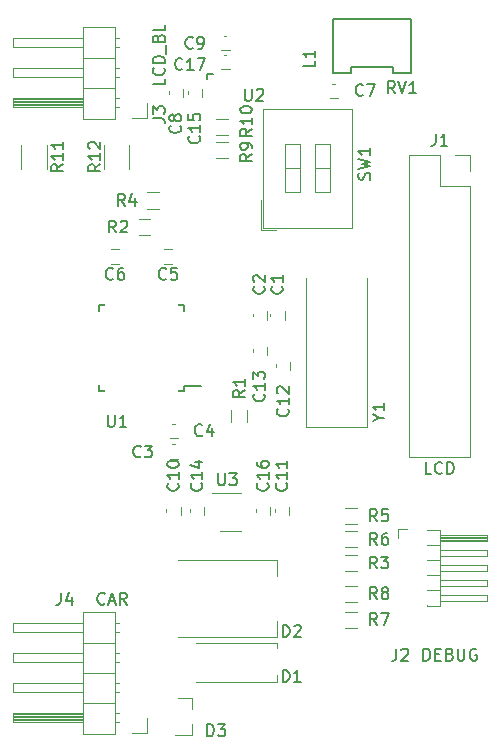
<source format=gto>
G04 #@! TF.FileFunction,Legend,Top*
%FSLAX46Y46*%
G04 Gerber Fmt 4.6, Leading zero omitted, Abs format (unit mm)*
G04 Created by KiCad (PCBNEW 4.0.7) date Saturday, June 23, 2018 'PMt' 03:12:16 PM*
%MOMM*%
%LPD*%
G01*
G04 APERTURE LIST*
%ADD10C,0.100000*%
%ADD11C,0.150000*%
%ADD12C,0.120000*%
%ADD13O,12.400000X7.900000*%
%ADD14R,1.700000X0.650000*%
%ADD15R,0.650000X1.700000*%
%ADD16R,2.100000X2.100000*%
%ADD17O,2.100000X2.100000*%
%ADD18R,1.150000X1.200000*%
%ADD19R,1.200000X1.150000*%
%ADD20R,1.300000X0.900000*%
%ADD21R,0.900000X1.300000*%
%ADD22R,1.460000X1.050000*%
%ADD23R,2.400000X4.900000*%
%ADD24R,2.100000X1.300000*%
%ADD25C,1.400000*%
%ADD26R,1.400000X1.290000*%
%ADD27R,2.400000X0.730000*%
%ADD28R,0.640000X0.390000*%
%ADD29R,0.980000X2.540000*%
%ADD30C,0.480000*%
%ADD31R,1.400000X1.400000*%
%ADD32O,1.400000X1.400000*%
%ADD33R,3.900000X2.200000*%
%ADD34R,2.900000X3.700000*%
%ADD35R,1.300000X1.200000*%
%ADD36R,2.000000X2.000000*%
%ADD37O,2.000000X2.000000*%
G04 APERTURE END LIST*
D10*
D11*
X238125000Y-86625000D02*
X238125000Y-86175000D01*
X230875000Y-86625000D02*
X230875000Y-86100000D01*
X230875000Y-79375000D02*
X230875000Y-79900000D01*
X238125000Y-79375000D02*
X238125000Y-79900000D01*
X238125000Y-86625000D02*
X237600000Y-86625000D01*
X238125000Y-79375000D02*
X237600000Y-79375000D01*
X230875000Y-79375000D02*
X231400000Y-79375000D01*
X230875000Y-86625000D02*
X231400000Y-86625000D01*
X238125000Y-86175000D02*
X239500000Y-86175000D01*
D12*
X262330000Y-69270000D02*
X262330000Y-92190000D01*
X262330000Y-92190000D02*
X257130000Y-92190000D01*
X257130000Y-92190000D02*
X257130000Y-66670000D01*
X257130000Y-66670000D02*
X259730000Y-66670000D01*
X259730000Y-66670000D02*
X259730000Y-69270000D01*
X259730000Y-69270000D02*
X262330000Y-69270000D01*
X262330000Y-68000000D02*
X262330000Y-66670000D01*
X262330000Y-66670000D02*
X261060000Y-66670000D01*
X246600000Y-79900000D02*
X246600000Y-80600000D01*
X245400000Y-80600000D02*
X245400000Y-79900000D01*
X245100000Y-79900000D02*
X245100000Y-80600000D01*
X243900000Y-80600000D02*
X243900000Y-79900000D01*
X237600000Y-92350000D02*
X236900000Y-92350000D01*
X236900000Y-91150000D02*
X237600000Y-91150000D01*
X237600000Y-90600000D02*
X236900000Y-90600000D01*
X236900000Y-89400000D02*
X237600000Y-89400000D01*
X237100000Y-75850000D02*
X236400000Y-75850000D01*
X236400000Y-74650000D02*
X237100000Y-74650000D01*
X231900000Y-74650000D02*
X232600000Y-74650000D01*
X232600000Y-75850000D02*
X231900000Y-75850000D01*
X251150000Y-61800000D02*
X250450000Y-61800000D01*
X250450000Y-60600000D02*
X251150000Y-60600000D01*
X236800000Y-61750000D02*
X236800000Y-61050000D01*
X238000000Y-61050000D02*
X238000000Y-61750000D01*
X241250000Y-56600000D02*
X241950000Y-56600000D01*
X241950000Y-57800000D02*
X241250000Y-57800000D01*
X236600000Y-97150000D02*
X236600000Y-96450000D01*
X237800000Y-96450000D02*
X237800000Y-97150000D01*
X245800000Y-97150000D02*
X245800000Y-96450000D01*
X247000000Y-96450000D02*
X247000000Y-97150000D01*
X247100000Y-84150000D02*
X247100000Y-84850000D01*
X245900000Y-84850000D02*
X245900000Y-84150000D01*
X245100000Y-82900000D02*
X245100000Y-83600000D01*
X243900000Y-83600000D02*
X243900000Y-82900000D01*
X242070000Y-89250000D02*
X242070000Y-88250000D01*
X243430000Y-88250000D02*
X243430000Y-89250000D01*
X234250000Y-72070000D02*
X235250000Y-72070000D01*
X235250000Y-73430000D02*
X234250000Y-73430000D01*
X252700000Y-101880000D02*
X251700000Y-101880000D01*
X251700000Y-100520000D02*
X252700000Y-100520000D01*
X235000000Y-69820000D02*
X236000000Y-69820000D01*
X236000000Y-71180000D02*
X235000000Y-71180000D01*
X251700000Y-96520000D02*
X252700000Y-96520000D01*
X252700000Y-97880000D02*
X251700000Y-97880000D01*
X252700000Y-99880000D02*
X251700000Y-99880000D01*
X251700000Y-98520000D02*
X252700000Y-98520000D01*
X252700000Y-106680000D02*
X251700000Y-106680000D01*
X251700000Y-105320000D02*
X252700000Y-105320000D01*
X252700000Y-104480000D02*
X251700000Y-104480000D01*
X251700000Y-103120000D02*
X252700000Y-103120000D01*
X240800000Y-65570000D02*
X241800000Y-65570000D01*
X241800000Y-66930000D02*
X240800000Y-66930000D01*
X241800000Y-64930000D02*
X240800000Y-64930000D01*
X240800000Y-63570000D02*
X241800000Y-63570000D01*
X241100000Y-98510000D02*
X242900000Y-98510000D01*
X242900000Y-95290000D02*
X240450000Y-95290000D01*
X248450000Y-77100000D02*
X248450000Y-89700000D01*
X248450000Y-89700000D02*
X253550000Y-89700000D01*
X253550000Y-89700000D02*
X253550000Y-77100000D01*
X226470000Y-65800000D02*
X226470000Y-67800000D01*
X224330000Y-67800000D02*
X224330000Y-65800000D01*
X232240000Y-63560000D02*
X232240000Y-55820000D01*
X232240000Y-55820000D02*
X229580000Y-55820000D01*
X229580000Y-55820000D02*
X229580000Y-63560000D01*
X229580000Y-63560000D02*
X232240000Y-63560000D01*
X229580000Y-62610000D02*
X223580000Y-62610000D01*
X223580000Y-62610000D02*
X223580000Y-61850000D01*
X223580000Y-61850000D02*
X229580000Y-61850000D01*
X229580000Y-62550000D02*
X223580000Y-62550000D01*
X229580000Y-62430000D02*
X223580000Y-62430000D01*
X229580000Y-62310000D02*
X223580000Y-62310000D01*
X229580000Y-62190000D02*
X223580000Y-62190000D01*
X229580000Y-62070000D02*
X223580000Y-62070000D01*
X229580000Y-61950000D02*
X223580000Y-61950000D01*
X232570000Y-62610000D02*
X232240000Y-62610000D01*
X232570000Y-61850000D02*
X232240000Y-61850000D01*
X232240000Y-60960000D02*
X229580000Y-60960000D01*
X229580000Y-60070000D02*
X223580000Y-60070000D01*
X223580000Y-60070000D02*
X223580000Y-59310000D01*
X223580000Y-59310000D02*
X229580000Y-59310000D01*
X232637071Y-60070000D02*
X232240000Y-60070000D01*
X232637071Y-59310000D02*
X232240000Y-59310000D01*
X232240000Y-58420000D02*
X229580000Y-58420000D01*
X229580000Y-57530000D02*
X223580000Y-57530000D01*
X223580000Y-57530000D02*
X223580000Y-56770000D01*
X223580000Y-56770000D02*
X229580000Y-56770000D01*
X232637071Y-57530000D02*
X232240000Y-57530000D01*
X232637071Y-56770000D02*
X232240000Y-56770000D01*
X234950000Y-62230000D02*
X234950000Y-63500000D01*
X234950000Y-63500000D02*
X233680000Y-63500000D01*
X233470000Y-65800000D02*
X233470000Y-67800000D01*
X231330000Y-67800000D02*
X231330000Y-65800000D01*
D11*
X250698000Y-55118000D02*
X250698000Y-58420000D01*
X257302000Y-55118000D02*
X250698000Y-55118000D01*
X257302000Y-59690000D02*
X257302000Y-55118000D01*
X255778000Y-59690000D02*
X257302000Y-59690000D01*
X255778000Y-59182000D02*
X255778000Y-59690000D01*
X252222000Y-59182000D02*
X255778000Y-59182000D01*
X252222000Y-59690000D02*
X252222000Y-59182000D01*
X250698000Y-59690000D02*
X252222000Y-59690000D01*
X250698000Y-58420000D02*
X250698000Y-59690000D01*
X240050000Y-59750000D02*
X240550000Y-59750000D01*
X240050000Y-60250000D02*
X240050000Y-59750000D01*
D12*
X258640000Y-98440323D02*
X258640000Y-98365000D01*
X258640000Y-98365000D02*
X259760000Y-98365000D01*
X259760000Y-98365000D02*
X259760000Y-104835000D01*
X259760000Y-104835000D02*
X258640000Y-104835000D01*
X258640000Y-104835000D02*
X258640000Y-104759677D01*
X259760000Y-98800000D02*
X263760000Y-98800000D01*
X263760000Y-98800000D02*
X263760000Y-99320000D01*
X263760000Y-99320000D02*
X259760000Y-99320000D01*
X259760000Y-98860000D02*
X263760000Y-98860000D01*
X259760000Y-98980000D02*
X263760000Y-98980000D01*
X259760000Y-99100000D02*
X263760000Y-99100000D01*
X259760000Y-99220000D02*
X263760000Y-99220000D01*
X258640000Y-99695000D02*
X259760000Y-99695000D01*
X258640000Y-99679677D02*
X258640000Y-99710323D01*
X259760000Y-100070000D02*
X263760000Y-100070000D01*
X263760000Y-100070000D02*
X263760000Y-100590000D01*
X263760000Y-100590000D02*
X259760000Y-100590000D01*
X258640000Y-100965000D02*
X259760000Y-100965000D01*
X258640000Y-100949677D02*
X258640000Y-100980323D01*
X259760000Y-101340000D02*
X263760000Y-101340000D01*
X263760000Y-101340000D02*
X263760000Y-101860000D01*
X263760000Y-101860000D02*
X259760000Y-101860000D01*
X258640000Y-102235000D02*
X259760000Y-102235000D01*
X258640000Y-102219677D02*
X258640000Y-102250323D01*
X259760000Y-102610000D02*
X263760000Y-102610000D01*
X263760000Y-102610000D02*
X263760000Y-103130000D01*
X263760000Y-103130000D02*
X259760000Y-103130000D01*
X258640000Y-103505000D02*
X259760000Y-103505000D01*
X258640000Y-103489677D02*
X258640000Y-103520323D01*
X259760000Y-103880000D02*
X263760000Y-103880000D01*
X263760000Y-103880000D02*
X263760000Y-104400000D01*
X263760000Y-104400000D02*
X259760000Y-104400000D01*
X256170000Y-99060000D02*
X256170000Y-98300000D01*
X256170000Y-98300000D02*
X256930000Y-98300000D01*
X232240000Y-115630000D02*
X232240000Y-105350000D01*
X232240000Y-105350000D02*
X229580000Y-105350000D01*
X229580000Y-105350000D02*
X229580000Y-115630000D01*
X229580000Y-115630000D02*
X232240000Y-115630000D01*
X229580000Y-114680000D02*
X223580000Y-114680000D01*
X223580000Y-114680000D02*
X223580000Y-113920000D01*
X223580000Y-113920000D02*
X229580000Y-113920000D01*
X229580000Y-114620000D02*
X223580000Y-114620000D01*
X229580000Y-114500000D02*
X223580000Y-114500000D01*
X229580000Y-114380000D02*
X223580000Y-114380000D01*
X229580000Y-114260000D02*
X223580000Y-114260000D01*
X229580000Y-114140000D02*
X223580000Y-114140000D01*
X229580000Y-114020000D02*
X223580000Y-114020000D01*
X232570000Y-114680000D02*
X232240000Y-114680000D01*
X232570000Y-113920000D02*
X232240000Y-113920000D01*
X232240000Y-113030000D02*
X229580000Y-113030000D01*
X229580000Y-112140000D02*
X223580000Y-112140000D01*
X223580000Y-112140000D02*
X223580000Y-111380000D01*
X223580000Y-111380000D02*
X229580000Y-111380000D01*
X232637071Y-112140000D02*
X232240000Y-112140000D01*
X232637071Y-111380000D02*
X232240000Y-111380000D01*
X232240000Y-110490000D02*
X229580000Y-110490000D01*
X229580000Y-109600000D02*
X223580000Y-109600000D01*
X223580000Y-109600000D02*
X223580000Y-108840000D01*
X223580000Y-108840000D02*
X229580000Y-108840000D01*
X232637071Y-109600000D02*
X232240000Y-109600000D01*
X232637071Y-108840000D02*
X232240000Y-108840000D01*
X232240000Y-107950000D02*
X229580000Y-107950000D01*
X229580000Y-107060000D02*
X223580000Y-107060000D01*
X223580000Y-107060000D02*
X223580000Y-106300000D01*
X223580000Y-106300000D02*
X229580000Y-106300000D01*
X232637071Y-107060000D02*
X232240000Y-107060000D01*
X232637071Y-106300000D02*
X232240000Y-106300000D01*
X234950000Y-114300000D02*
X234950000Y-115570000D01*
X234950000Y-115570000D02*
X233680000Y-115570000D01*
X238600000Y-97150000D02*
X238600000Y-96450000D01*
X239800000Y-96450000D02*
X239800000Y-97150000D01*
X238400000Y-61750000D02*
X238400000Y-61050000D01*
X239600000Y-61050000D02*
X239600000Y-61750000D01*
X244200000Y-97150000D02*
X244200000Y-96450000D01*
X245400000Y-96450000D02*
X245400000Y-97150000D01*
X241250000Y-58200000D02*
X241950000Y-58200000D01*
X241950000Y-59400000D02*
X241250000Y-59400000D01*
X246000000Y-111250000D02*
X246000000Y-107950000D01*
X246000000Y-107950000D02*
X239100000Y-107950000D01*
X246000000Y-111250000D02*
X239100000Y-111250000D01*
X246000000Y-100950000D02*
X246000000Y-107450000D01*
X246000000Y-100950000D02*
X237600000Y-100950000D01*
X246000000Y-107450000D02*
X237600000Y-107450000D01*
X238760000Y-115780000D02*
X238760000Y-114850000D01*
X238760000Y-112620000D02*
X238760000Y-113550000D01*
X238760000Y-112620000D02*
X236600000Y-112620000D01*
X238760000Y-115780000D02*
X237300000Y-115780000D01*
X244580000Y-73000000D02*
X245850000Y-73000000D01*
X244580000Y-73000000D02*
X244580000Y-70460000D01*
X244780000Y-72800000D02*
X244780000Y-62780000D01*
X244780000Y-62780000D02*
X252280000Y-62780000D01*
X252280000Y-62780000D02*
X252280000Y-72800000D01*
X252280000Y-72800000D02*
X244780000Y-72800000D01*
X246625000Y-69820000D02*
X247895000Y-69820000D01*
X247895000Y-69820000D02*
X247895000Y-65760000D01*
X247895000Y-65760000D02*
X246625000Y-65760000D01*
X246625000Y-65760000D02*
X246625000Y-69820000D01*
X246625000Y-67790000D02*
X247895000Y-67790000D01*
X249165000Y-69820000D02*
X250435000Y-69820000D01*
X250435000Y-69820000D02*
X250435000Y-65760000D01*
X250435000Y-65760000D02*
X249165000Y-65760000D01*
X249165000Y-65760000D02*
X249165000Y-69820000D01*
X249165000Y-67790000D02*
X250435000Y-67790000D01*
D11*
X231638095Y-88652381D02*
X231638095Y-89461905D01*
X231685714Y-89557143D01*
X231733333Y-89604762D01*
X231828571Y-89652381D01*
X232019048Y-89652381D01*
X232114286Y-89604762D01*
X232161905Y-89557143D01*
X232209524Y-89461905D01*
X232209524Y-88652381D01*
X233209524Y-89652381D02*
X232638095Y-89652381D01*
X232923809Y-89652381D02*
X232923809Y-88652381D01*
X232828571Y-88795238D01*
X232733333Y-88890476D01*
X232638095Y-88938095D01*
X259396667Y-64852381D02*
X259396667Y-65566667D01*
X259349047Y-65709524D01*
X259253809Y-65804762D01*
X259110952Y-65852381D01*
X259015714Y-65852381D01*
X260396667Y-65852381D02*
X259825238Y-65852381D01*
X260110952Y-65852381D02*
X260110952Y-64852381D01*
X260015714Y-64995238D01*
X259920476Y-65090476D01*
X259825238Y-65138095D01*
X259039524Y-93642381D02*
X258563333Y-93642381D01*
X258563333Y-92642381D01*
X259944286Y-93547143D02*
X259896667Y-93594762D01*
X259753810Y-93642381D01*
X259658572Y-93642381D01*
X259515714Y-93594762D01*
X259420476Y-93499524D01*
X259372857Y-93404286D01*
X259325238Y-93213810D01*
X259325238Y-93070952D01*
X259372857Y-92880476D01*
X259420476Y-92785238D01*
X259515714Y-92690000D01*
X259658572Y-92642381D01*
X259753810Y-92642381D01*
X259896667Y-92690000D01*
X259944286Y-92737619D01*
X260372857Y-93642381D02*
X260372857Y-92642381D01*
X260610952Y-92642381D01*
X260753810Y-92690000D01*
X260849048Y-92785238D01*
X260896667Y-92880476D01*
X260944286Y-93070952D01*
X260944286Y-93213810D01*
X260896667Y-93404286D01*
X260849048Y-93499524D01*
X260753810Y-93594762D01*
X260610952Y-93642381D01*
X260372857Y-93642381D01*
X246357143Y-77766666D02*
X246404762Y-77814285D01*
X246452381Y-77957142D01*
X246452381Y-78052380D01*
X246404762Y-78195238D01*
X246309524Y-78290476D01*
X246214286Y-78338095D01*
X246023810Y-78385714D01*
X245880952Y-78385714D01*
X245690476Y-78338095D01*
X245595238Y-78290476D01*
X245500000Y-78195238D01*
X245452381Y-78052380D01*
X245452381Y-77957142D01*
X245500000Y-77814285D01*
X245547619Y-77766666D01*
X246452381Y-76814285D02*
X246452381Y-77385714D01*
X246452381Y-77100000D02*
X245452381Y-77100000D01*
X245595238Y-77195238D01*
X245690476Y-77290476D01*
X245738095Y-77385714D01*
X244857143Y-77766666D02*
X244904762Y-77814285D01*
X244952381Y-77957142D01*
X244952381Y-78052380D01*
X244904762Y-78195238D01*
X244809524Y-78290476D01*
X244714286Y-78338095D01*
X244523810Y-78385714D01*
X244380952Y-78385714D01*
X244190476Y-78338095D01*
X244095238Y-78290476D01*
X244000000Y-78195238D01*
X243952381Y-78052380D01*
X243952381Y-77957142D01*
X244000000Y-77814285D01*
X244047619Y-77766666D01*
X244047619Y-77385714D02*
X244000000Y-77338095D01*
X243952381Y-77242857D01*
X243952381Y-77004761D01*
X244000000Y-76909523D01*
X244047619Y-76861904D01*
X244142857Y-76814285D01*
X244238095Y-76814285D01*
X244380952Y-76861904D01*
X244952381Y-77433333D01*
X244952381Y-76814285D01*
X234433334Y-92157143D02*
X234385715Y-92204762D01*
X234242858Y-92252381D01*
X234147620Y-92252381D01*
X234004762Y-92204762D01*
X233909524Y-92109524D01*
X233861905Y-92014286D01*
X233814286Y-91823810D01*
X233814286Y-91680952D01*
X233861905Y-91490476D01*
X233909524Y-91395238D01*
X234004762Y-91300000D01*
X234147620Y-91252381D01*
X234242858Y-91252381D01*
X234385715Y-91300000D01*
X234433334Y-91347619D01*
X234766667Y-91252381D02*
X235385715Y-91252381D01*
X235052381Y-91633333D01*
X235195239Y-91633333D01*
X235290477Y-91680952D01*
X235338096Y-91728571D01*
X235385715Y-91823810D01*
X235385715Y-92061905D01*
X235338096Y-92157143D01*
X235290477Y-92204762D01*
X235195239Y-92252381D01*
X234909524Y-92252381D01*
X234814286Y-92204762D01*
X234766667Y-92157143D01*
X239633334Y-90357143D02*
X239585715Y-90404762D01*
X239442858Y-90452381D01*
X239347620Y-90452381D01*
X239204762Y-90404762D01*
X239109524Y-90309524D01*
X239061905Y-90214286D01*
X239014286Y-90023810D01*
X239014286Y-89880952D01*
X239061905Y-89690476D01*
X239109524Y-89595238D01*
X239204762Y-89500000D01*
X239347620Y-89452381D01*
X239442858Y-89452381D01*
X239585715Y-89500000D01*
X239633334Y-89547619D01*
X240490477Y-89785714D02*
X240490477Y-90452381D01*
X240252381Y-89404762D02*
X240014286Y-90119048D01*
X240633334Y-90119048D01*
X236583334Y-77107143D02*
X236535715Y-77154762D01*
X236392858Y-77202381D01*
X236297620Y-77202381D01*
X236154762Y-77154762D01*
X236059524Y-77059524D01*
X236011905Y-76964286D01*
X235964286Y-76773810D01*
X235964286Y-76630952D01*
X236011905Y-76440476D01*
X236059524Y-76345238D01*
X236154762Y-76250000D01*
X236297620Y-76202381D01*
X236392858Y-76202381D01*
X236535715Y-76250000D01*
X236583334Y-76297619D01*
X237488096Y-76202381D02*
X237011905Y-76202381D01*
X236964286Y-76678571D01*
X237011905Y-76630952D01*
X237107143Y-76583333D01*
X237345239Y-76583333D01*
X237440477Y-76630952D01*
X237488096Y-76678571D01*
X237535715Y-76773810D01*
X237535715Y-77011905D01*
X237488096Y-77107143D01*
X237440477Y-77154762D01*
X237345239Y-77202381D01*
X237107143Y-77202381D01*
X237011905Y-77154762D01*
X236964286Y-77107143D01*
X232083334Y-77107143D02*
X232035715Y-77154762D01*
X231892858Y-77202381D01*
X231797620Y-77202381D01*
X231654762Y-77154762D01*
X231559524Y-77059524D01*
X231511905Y-76964286D01*
X231464286Y-76773810D01*
X231464286Y-76630952D01*
X231511905Y-76440476D01*
X231559524Y-76345238D01*
X231654762Y-76250000D01*
X231797620Y-76202381D01*
X231892858Y-76202381D01*
X232035715Y-76250000D01*
X232083334Y-76297619D01*
X232940477Y-76202381D02*
X232750000Y-76202381D01*
X232654762Y-76250000D01*
X232607143Y-76297619D01*
X232511905Y-76440476D01*
X232464286Y-76630952D01*
X232464286Y-77011905D01*
X232511905Y-77107143D01*
X232559524Y-77154762D01*
X232654762Y-77202381D01*
X232845239Y-77202381D01*
X232940477Y-77154762D01*
X232988096Y-77107143D01*
X233035715Y-77011905D01*
X233035715Y-76773810D01*
X232988096Y-76678571D01*
X232940477Y-76630952D01*
X232845239Y-76583333D01*
X232654762Y-76583333D01*
X232559524Y-76630952D01*
X232511905Y-76678571D01*
X232464286Y-76773810D01*
X253233334Y-61557143D02*
X253185715Y-61604762D01*
X253042858Y-61652381D01*
X252947620Y-61652381D01*
X252804762Y-61604762D01*
X252709524Y-61509524D01*
X252661905Y-61414286D01*
X252614286Y-61223810D01*
X252614286Y-61080952D01*
X252661905Y-60890476D01*
X252709524Y-60795238D01*
X252804762Y-60700000D01*
X252947620Y-60652381D01*
X253042858Y-60652381D01*
X253185715Y-60700000D01*
X253233334Y-60747619D01*
X253566667Y-60652381D02*
X254233334Y-60652381D01*
X253804762Y-61652381D01*
X237757143Y-64166666D02*
X237804762Y-64214285D01*
X237852381Y-64357142D01*
X237852381Y-64452380D01*
X237804762Y-64595238D01*
X237709524Y-64690476D01*
X237614286Y-64738095D01*
X237423810Y-64785714D01*
X237280952Y-64785714D01*
X237090476Y-64738095D01*
X236995238Y-64690476D01*
X236900000Y-64595238D01*
X236852381Y-64452380D01*
X236852381Y-64357142D01*
X236900000Y-64214285D01*
X236947619Y-64166666D01*
X237280952Y-63595238D02*
X237233333Y-63690476D01*
X237185714Y-63738095D01*
X237090476Y-63785714D01*
X237042857Y-63785714D01*
X236947619Y-63738095D01*
X236900000Y-63690476D01*
X236852381Y-63595238D01*
X236852381Y-63404761D01*
X236900000Y-63309523D01*
X236947619Y-63261904D01*
X237042857Y-63214285D01*
X237090476Y-63214285D01*
X237185714Y-63261904D01*
X237233333Y-63309523D01*
X237280952Y-63404761D01*
X237280952Y-63595238D01*
X237328571Y-63690476D01*
X237376190Y-63738095D01*
X237471429Y-63785714D01*
X237661905Y-63785714D01*
X237757143Y-63738095D01*
X237804762Y-63690476D01*
X237852381Y-63595238D01*
X237852381Y-63404761D01*
X237804762Y-63309523D01*
X237757143Y-63261904D01*
X237661905Y-63214285D01*
X237471429Y-63214285D01*
X237376190Y-63261904D01*
X237328571Y-63309523D01*
X237280952Y-63404761D01*
X238833334Y-57557143D02*
X238785715Y-57604762D01*
X238642858Y-57652381D01*
X238547620Y-57652381D01*
X238404762Y-57604762D01*
X238309524Y-57509524D01*
X238261905Y-57414286D01*
X238214286Y-57223810D01*
X238214286Y-57080952D01*
X238261905Y-56890476D01*
X238309524Y-56795238D01*
X238404762Y-56700000D01*
X238547620Y-56652381D01*
X238642858Y-56652381D01*
X238785715Y-56700000D01*
X238833334Y-56747619D01*
X239309524Y-57652381D02*
X239500000Y-57652381D01*
X239595239Y-57604762D01*
X239642858Y-57557143D01*
X239738096Y-57414286D01*
X239785715Y-57223810D01*
X239785715Y-56842857D01*
X239738096Y-56747619D01*
X239690477Y-56700000D01*
X239595239Y-56652381D01*
X239404762Y-56652381D01*
X239309524Y-56700000D01*
X239261905Y-56747619D01*
X239214286Y-56842857D01*
X239214286Y-57080952D01*
X239261905Y-57176190D01*
X239309524Y-57223810D01*
X239404762Y-57271429D01*
X239595239Y-57271429D01*
X239690477Y-57223810D01*
X239738096Y-57176190D01*
X239785715Y-57080952D01*
X237557143Y-94442857D02*
X237604762Y-94490476D01*
X237652381Y-94633333D01*
X237652381Y-94728571D01*
X237604762Y-94871429D01*
X237509524Y-94966667D01*
X237414286Y-95014286D01*
X237223810Y-95061905D01*
X237080952Y-95061905D01*
X236890476Y-95014286D01*
X236795238Y-94966667D01*
X236700000Y-94871429D01*
X236652381Y-94728571D01*
X236652381Y-94633333D01*
X236700000Y-94490476D01*
X236747619Y-94442857D01*
X237652381Y-93490476D02*
X237652381Y-94061905D01*
X237652381Y-93776191D02*
X236652381Y-93776191D01*
X236795238Y-93871429D01*
X236890476Y-93966667D01*
X236938095Y-94061905D01*
X236652381Y-92871429D02*
X236652381Y-92776190D01*
X236700000Y-92680952D01*
X236747619Y-92633333D01*
X236842857Y-92585714D01*
X237033333Y-92538095D01*
X237271429Y-92538095D01*
X237461905Y-92585714D01*
X237557143Y-92633333D01*
X237604762Y-92680952D01*
X237652381Y-92776190D01*
X237652381Y-92871429D01*
X237604762Y-92966667D01*
X237557143Y-93014286D01*
X237461905Y-93061905D01*
X237271429Y-93109524D01*
X237033333Y-93109524D01*
X236842857Y-93061905D01*
X236747619Y-93014286D01*
X236700000Y-92966667D01*
X236652381Y-92871429D01*
X246757143Y-94442857D02*
X246804762Y-94490476D01*
X246852381Y-94633333D01*
X246852381Y-94728571D01*
X246804762Y-94871429D01*
X246709524Y-94966667D01*
X246614286Y-95014286D01*
X246423810Y-95061905D01*
X246280952Y-95061905D01*
X246090476Y-95014286D01*
X245995238Y-94966667D01*
X245900000Y-94871429D01*
X245852381Y-94728571D01*
X245852381Y-94633333D01*
X245900000Y-94490476D01*
X245947619Y-94442857D01*
X246852381Y-93490476D02*
X246852381Y-94061905D01*
X246852381Y-93776191D02*
X245852381Y-93776191D01*
X245995238Y-93871429D01*
X246090476Y-93966667D01*
X246138095Y-94061905D01*
X246852381Y-92538095D02*
X246852381Y-93109524D01*
X246852381Y-92823810D02*
X245852381Y-92823810D01*
X245995238Y-92919048D01*
X246090476Y-93014286D01*
X246138095Y-93109524D01*
X246857143Y-88142857D02*
X246904762Y-88190476D01*
X246952381Y-88333333D01*
X246952381Y-88428571D01*
X246904762Y-88571429D01*
X246809524Y-88666667D01*
X246714286Y-88714286D01*
X246523810Y-88761905D01*
X246380952Y-88761905D01*
X246190476Y-88714286D01*
X246095238Y-88666667D01*
X246000000Y-88571429D01*
X245952381Y-88428571D01*
X245952381Y-88333333D01*
X246000000Y-88190476D01*
X246047619Y-88142857D01*
X246952381Y-87190476D02*
X246952381Y-87761905D01*
X246952381Y-87476191D02*
X245952381Y-87476191D01*
X246095238Y-87571429D01*
X246190476Y-87666667D01*
X246238095Y-87761905D01*
X246047619Y-86809524D02*
X246000000Y-86761905D01*
X245952381Y-86666667D01*
X245952381Y-86428571D01*
X246000000Y-86333333D01*
X246047619Y-86285714D01*
X246142857Y-86238095D01*
X246238095Y-86238095D01*
X246380952Y-86285714D01*
X246952381Y-86857143D01*
X246952381Y-86238095D01*
X244857143Y-86892857D02*
X244904762Y-86940476D01*
X244952381Y-87083333D01*
X244952381Y-87178571D01*
X244904762Y-87321429D01*
X244809524Y-87416667D01*
X244714286Y-87464286D01*
X244523810Y-87511905D01*
X244380952Y-87511905D01*
X244190476Y-87464286D01*
X244095238Y-87416667D01*
X244000000Y-87321429D01*
X243952381Y-87178571D01*
X243952381Y-87083333D01*
X244000000Y-86940476D01*
X244047619Y-86892857D01*
X244952381Y-85940476D02*
X244952381Y-86511905D01*
X244952381Y-86226191D02*
X243952381Y-86226191D01*
X244095238Y-86321429D01*
X244190476Y-86416667D01*
X244238095Y-86511905D01*
X243952381Y-85607143D02*
X243952381Y-84988095D01*
X244333333Y-85321429D01*
X244333333Y-85178571D01*
X244380952Y-85083333D01*
X244428571Y-85035714D01*
X244523810Y-84988095D01*
X244761905Y-84988095D01*
X244857143Y-85035714D01*
X244904762Y-85083333D01*
X244952381Y-85178571D01*
X244952381Y-85464286D01*
X244904762Y-85559524D01*
X244857143Y-85607143D01*
X243252381Y-86566666D02*
X242776190Y-86900000D01*
X243252381Y-87138095D02*
X242252381Y-87138095D01*
X242252381Y-86757142D01*
X242300000Y-86661904D01*
X242347619Y-86614285D01*
X242442857Y-86566666D01*
X242585714Y-86566666D01*
X242680952Y-86614285D01*
X242728571Y-86661904D01*
X242776190Y-86757142D01*
X242776190Y-87138095D01*
X243252381Y-85614285D02*
X243252381Y-86185714D01*
X243252381Y-85900000D02*
X242252381Y-85900000D01*
X242395238Y-85995238D01*
X242490476Y-86090476D01*
X242538095Y-86185714D01*
X232333334Y-73202381D02*
X232000000Y-72726190D01*
X231761905Y-73202381D02*
X231761905Y-72202381D01*
X232142858Y-72202381D01*
X232238096Y-72250000D01*
X232285715Y-72297619D01*
X232333334Y-72392857D01*
X232333334Y-72535714D01*
X232285715Y-72630952D01*
X232238096Y-72678571D01*
X232142858Y-72726190D01*
X231761905Y-72726190D01*
X232714286Y-72297619D02*
X232761905Y-72250000D01*
X232857143Y-72202381D01*
X233095239Y-72202381D01*
X233190477Y-72250000D01*
X233238096Y-72297619D01*
X233285715Y-72392857D01*
X233285715Y-72488095D01*
X233238096Y-72630952D01*
X232666667Y-73202381D01*
X233285715Y-73202381D01*
X254433334Y-101652381D02*
X254100000Y-101176190D01*
X253861905Y-101652381D02*
X253861905Y-100652381D01*
X254242858Y-100652381D01*
X254338096Y-100700000D01*
X254385715Y-100747619D01*
X254433334Y-100842857D01*
X254433334Y-100985714D01*
X254385715Y-101080952D01*
X254338096Y-101128571D01*
X254242858Y-101176190D01*
X253861905Y-101176190D01*
X254766667Y-100652381D02*
X255385715Y-100652381D01*
X255052381Y-101033333D01*
X255195239Y-101033333D01*
X255290477Y-101080952D01*
X255338096Y-101128571D01*
X255385715Y-101223810D01*
X255385715Y-101461905D01*
X255338096Y-101557143D01*
X255290477Y-101604762D01*
X255195239Y-101652381D01*
X254909524Y-101652381D01*
X254814286Y-101604762D01*
X254766667Y-101557143D01*
X233083334Y-70952381D02*
X232750000Y-70476190D01*
X232511905Y-70952381D02*
X232511905Y-69952381D01*
X232892858Y-69952381D01*
X232988096Y-70000000D01*
X233035715Y-70047619D01*
X233083334Y-70142857D01*
X233083334Y-70285714D01*
X233035715Y-70380952D01*
X232988096Y-70428571D01*
X232892858Y-70476190D01*
X232511905Y-70476190D01*
X233940477Y-70285714D02*
X233940477Y-70952381D01*
X233702381Y-69904762D02*
X233464286Y-70619048D01*
X234083334Y-70619048D01*
X254433334Y-97652381D02*
X254100000Y-97176190D01*
X253861905Y-97652381D02*
X253861905Y-96652381D01*
X254242858Y-96652381D01*
X254338096Y-96700000D01*
X254385715Y-96747619D01*
X254433334Y-96842857D01*
X254433334Y-96985714D01*
X254385715Y-97080952D01*
X254338096Y-97128571D01*
X254242858Y-97176190D01*
X253861905Y-97176190D01*
X255338096Y-96652381D02*
X254861905Y-96652381D01*
X254814286Y-97128571D01*
X254861905Y-97080952D01*
X254957143Y-97033333D01*
X255195239Y-97033333D01*
X255290477Y-97080952D01*
X255338096Y-97128571D01*
X255385715Y-97223810D01*
X255385715Y-97461905D01*
X255338096Y-97557143D01*
X255290477Y-97604762D01*
X255195239Y-97652381D01*
X254957143Y-97652381D01*
X254861905Y-97604762D01*
X254814286Y-97557143D01*
X254433334Y-99652381D02*
X254100000Y-99176190D01*
X253861905Y-99652381D02*
X253861905Y-98652381D01*
X254242858Y-98652381D01*
X254338096Y-98700000D01*
X254385715Y-98747619D01*
X254433334Y-98842857D01*
X254433334Y-98985714D01*
X254385715Y-99080952D01*
X254338096Y-99128571D01*
X254242858Y-99176190D01*
X253861905Y-99176190D01*
X255290477Y-98652381D02*
X255100000Y-98652381D01*
X255004762Y-98700000D01*
X254957143Y-98747619D01*
X254861905Y-98890476D01*
X254814286Y-99080952D01*
X254814286Y-99461905D01*
X254861905Y-99557143D01*
X254909524Y-99604762D01*
X255004762Y-99652381D01*
X255195239Y-99652381D01*
X255290477Y-99604762D01*
X255338096Y-99557143D01*
X255385715Y-99461905D01*
X255385715Y-99223810D01*
X255338096Y-99128571D01*
X255290477Y-99080952D01*
X255195239Y-99033333D01*
X255004762Y-99033333D01*
X254909524Y-99080952D01*
X254861905Y-99128571D01*
X254814286Y-99223810D01*
X254433334Y-106452381D02*
X254100000Y-105976190D01*
X253861905Y-106452381D02*
X253861905Y-105452381D01*
X254242858Y-105452381D01*
X254338096Y-105500000D01*
X254385715Y-105547619D01*
X254433334Y-105642857D01*
X254433334Y-105785714D01*
X254385715Y-105880952D01*
X254338096Y-105928571D01*
X254242858Y-105976190D01*
X253861905Y-105976190D01*
X254766667Y-105452381D02*
X255433334Y-105452381D01*
X255004762Y-106452381D01*
X254433334Y-104252381D02*
X254100000Y-103776190D01*
X253861905Y-104252381D02*
X253861905Y-103252381D01*
X254242858Y-103252381D01*
X254338096Y-103300000D01*
X254385715Y-103347619D01*
X254433334Y-103442857D01*
X254433334Y-103585714D01*
X254385715Y-103680952D01*
X254338096Y-103728571D01*
X254242858Y-103776190D01*
X253861905Y-103776190D01*
X255004762Y-103680952D02*
X254909524Y-103633333D01*
X254861905Y-103585714D01*
X254814286Y-103490476D01*
X254814286Y-103442857D01*
X254861905Y-103347619D01*
X254909524Y-103300000D01*
X255004762Y-103252381D01*
X255195239Y-103252381D01*
X255290477Y-103300000D01*
X255338096Y-103347619D01*
X255385715Y-103442857D01*
X255385715Y-103490476D01*
X255338096Y-103585714D01*
X255290477Y-103633333D01*
X255195239Y-103680952D01*
X255004762Y-103680952D01*
X254909524Y-103728571D01*
X254861905Y-103776190D01*
X254814286Y-103871429D01*
X254814286Y-104061905D01*
X254861905Y-104157143D01*
X254909524Y-104204762D01*
X255004762Y-104252381D01*
X255195239Y-104252381D01*
X255290477Y-104204762D01*
X255338096Y-104157143D01*
X255385715Y-104061905D01*
X255385715Y-103871429D01*
X255338096Y-103776190D01*
X255290477Y-103728571D01*
X255195239Y-103680952D01*
X243852381Y-66566666D02*
X243376190Y-66900000D01*
X243852381Y-67138095D02*
X242852381Y-67138095D01*
X242852381Y-66757142D01*
X242900000Y-66661904D01*
X242947619Y-66614285D01*
X243042857Y-66566666D01*
X243185714Y-66566666D01*
X243280952Y-66614285D01*
X243328571Y-66661904D01*
X243376190Y-66757142D01*
X243376190Y-67138095D01*
X243852381Y-66090476D02*
X243852381Y-65900000D01*
X243804762Y-65804761D01*
X243757143Y-65757142D01*
X243614286Y-65661904D01*
X243423810Y-65614285D01*
X243042857Y-65614285D01*
X242947619Y-65661904D01*
X242900000Y-65709523D01*
X242852381Y-65804761D01*
X242852381Y-65995238D01*
X242900000Y-66090476D01*
X242947619Y-66138095D01*
X243042857Y-66185714D01*
X243280952Y-66185714D01*
X243376190Y-66138095D01*
X243423810Y-66090476D01*
X243471429Y-65995238D01*
X243471429Y-65804761D01*
X243423810Y-65709523D01*
X243376190Y-65661904D01*
X243280952Y-65614285D01*
X243852381Y-64442857D02*
X243376190Y-64776191D01*
X243852381Y-65014286D02*
X242852381Y-65014286D01*
X242852381Y-64633333D01*
X242900000Y-64538095D01*
X242947619Y-64490476D01*
X243042857Y-64442857D01*
X243185714Y-64442857D01*
X243280952Y-64490476D01*
X243328571Y-64538095D01*
X243376190Y-64633333D01*
X243376190Y-65014286D01*
X243852381Y-63490476D02*
X243852381Y-64061905D01*
X243852381Y-63776191D02*
X242852381Y-63776191D01*
X242995238Y-63871429D01*
X243090476Y-63966667D01*
X243138095Y-64061905D01*
X242852381Y-62871429D02*
X242852381Y-62776190D01*
X242900000Y-62680952D01*
X242947619Y-62633333D01*
X243042857Y-62585714D01*
X243233333Y-62538095D01*
X243471429Y-62538095D01*
X243661905Y-62585714D01*
X243757143Y-62633333D01*
X243804762Y-62680952D01*
X243852381Y-62776190D01*
X243852381Y-62871429D01*
X243804762Y-62966667D01*
X243757143Y-63014286D01*
X243661905Y-63061905D01*
X243471429Y-63109524D01*
X243233333Y-63109524D01*
X243042857Y-63061905D01*
X242947619Y-63014286D01*
X242900000Y-62966667D01*
X242852381Y-62871429D01*
X240988095Y-93602381D02*
X240988095Y-94411905D01*
X241035714Y-94507143D01*
X241083333Y-94554762D01*
X241178571Y-94602381D01*
X241369048Y-94602381D01*
X241464286Y-94554762D01*
X241511905Y-94507143D01*
X241559524Y-94411905D01*
X241559524Y-93602381D01*
X241940476Y-93602381D02*
X242559524Y-93602381D01*
X242226190Y-93983333D01*
X242369048Y-93983333D01*
X242464286Y-94030952D01*
X242511905Y-94078571D01*
X242559524Y-94173810D01*
X242559524Y-94411905D01*
X242511905Y-94507143D01*
X242464286Y-94554762D01*
X242369048Y-94602381D01*
X242083333Y-94602381D01*
X241988095Y-94554762D01*
X241940476Y-94507143D01*
X254576190Y-88876191D02*
X255052381Y-88876191D01*
X254052381Y-89209524D02*
X254576190Y-88876191D01*
X254052381Y-88542857D01*
X255052381Y-87685714D02*
X255052381Y-88257143D01*
X255052381Y-87971429D02*
X254052381Y-87971429D01*
X254195238Y-88066667D01*
X254290476Y-88161905D01*
X254338095Y-88257143D01*
X227852381Y-67442857D02*
X227376190Y-67776191D01*
X227852381Y-68014286D02*
X226852381Y-68014286D01*
X226852381Y-67633333D01*
X226900000Y-67538095D01*
X226947619Y-67490476D01*
X227042857Y-67442857D01*
X227185714Y-67442857D01*
X227280952Y-67490476D01*
X227328571Y-67538095D01*
X227376190Y-67633333D01*
X227376190Y-68014286D01*
X227852381Y-66490476D02*
X227852381Y-67061905D01*
X227852381Y-66776191D02*
X226852381Y-66776191D01*
X226995238Y-66871429D01*
X227090476Y-66966667D01*
X227138095Y-67061905D01*
X227852381Y-65538095D02*
X227852381Y-66109524D01*
X227852381Y-65823810D02*
X226852381Y-65823810D01*
X226995238Y-65919048D01*
X227090476Y-66014286D01*
X227138095Y-66109524D01*
X235452381Y-63533333D02*
X236166667Y-63533333D01*
X236309524Y-63580953D01*
X236404762Y-63676191D01*
X236452381Y-63819048D01*
X236452381Y-63914286D01*
X235452381Y-63152381D02*
X235452381Y-62533333D01*
X235833333Y-62866667D01*
X235833333Y-62723809D01*
X235880952Y-62628571D01*
X235928571Y-62580952D01*
X236023810Y-62533333D01*
X236261905Y-62533333D01*
X236357143Y-62580952D01*
X236404762Y-62628571D01*
X236452381Y-62723809D01*
X236452381Y-63009524D01*
X236404762Y-63104762D01*
X236357143Y-63152381D01*
X236452381Y-60176190D02*
X236452381Y-60652381D01*
X235452381Y-60652381D01*
X236357143Y-59271428D02*
X236404762Y-59319047D01*
X236452381Y-59461904D01*
X236452381Y-59557142D01*
X236404762Y-59700000D01*
X236309524Y-59795238D01*
X236214286Y-59842857D01*
X236023810Y-59890476D01*
X235880952Y-59890476D01*
X235690476Y-59842857D01*
X235595238Y-59795238D01*
X235500000Y-59700000D01*
X235452381Y-59557142D01*
X235452381Y-59461904D01*
X235500000Y-59319047D01*
X235547619Y-59271428D01*
X236452381Y-58842857D02*
X235452381Y-58842857D01*
X235452381Y-58604762D01*
X235500000Y-58461904D01*
X235595238Y-58366666D01*
X235690476Y-58319047D01*
X235880952Y-58271428D01*
X236023810Y-58271428D01*
X236214286Y-58319047D01*
X236309524Y-58366666D01*
X236404762Y-58461904D01*
X236452381Y-58604762D01*
X236452381Y-58842857D01*
X236547619Y-58080952D02*
X236547619Y-57319047D01*
X235928571Y-56747618D02*
X235976190Y-56604761D01*
X236023810Y-56557142D01*
X236119048Y-56509523D01*
X236261905Y-56509523D01*
X236357143Y-56557142D01*
X236404762Y-56604761D01*
X236452381Y-56699999D01*
X236452381Y-57080952D01*
X235452381Y-57080952D01*
X235452381Y-56747618D01*
X235500000Y-56652380D01*
X235547619Y-56604761D01*
X235642857Y-56557142D01*
X235738095Y-56557142D01*
X235833333Y-56604761D01*
X235880952Y-56652380D01*
X235928571Y-56747618D01*
X235928571Y-57080952D01*
X236452381Y-55604761D02*
X236452381Y-56080952D01*
X235452381Y-56080952D01*
X231002381Y-67442857D02*
X230526190Y-67776191D01*
X231002381Y-68014286D02*
X230002381Y-68014286D01*
X230002381Y-67633333D01*
X230050000Y-67538095D01*
X230097619Y-67490476D01*
X230192857Y-67442857D01*
X230335714Y-67442857D01*
X230430952Y-67490476D01*
X230478571Y-67538095D01*
X230526190Y-67633333D01*
X230526190Y-68014286D01*
X231002381Y-66490476D02*
X231002381Y-67061905D01*
X231002381Y-66776191D02*
X230002381Y-66776191D01*
X230145238Y-66871429D01*
X230240476Y-66966667D01*
X230288095Y-67061905D01*
X230097619Y-66109524D02*
X230050000Y-66061905D01*
X230002381Y-65966667D01*
X230002381Y-65728571D01*
X230050000Y-65633333D01*
X230097619Y-65585714D01*
X230192857Y-65538095D01*
X230288095Y-65538095D01*
X230430952Y-65585714D01*
X231002381Y-66157143D01*
X231002381Y-65538095D01*
X255944762Y-61412381D02*
X255611428Y-60936190D01*
X255373333Y-61412381D02*
X255373333Y-60412381D01*
X255754286Y-60412381D01*
X255849524Y-60460000D01*
X255897143Y-60507619D01*
X255944762Y-60602857D01*
X255944762Y-60745714D01*
X255897143Y-60840952D01*
X255849524Y-60888571D01*
X255754286Y-60936190D01*
X255373333Y-60936190D01*
X256230476Y-60412381D02*
X256563809Y-61412381D01*
X256897143Y-60412381D01*
X257754286Y-61412381D02*
X257182857Y-61412381D01*
X257468571Y-61412381D02*
X257468571Y-60412381D01*
X257373333Y-60555238D01*
X257278095Y-60650476D01*
X257182857Y-60698095D01*
X249152381Y-58666666D02*
X249152381Y-59142857D01*
X248152381Y-59142857D01*
X249152381Y-57809523D02*
X249152381Y-58380952D01*
X249152381Y-58095238D02*
X248152381Y-58095238D01*
X248295238Y-58190476D01*
X248390476Y-58285714D01*
X248438095Y-58380952D01*
X243238095Y-61052381D02*
X243238095Y-61861905D01*
X243285714Y-61957143D01*
X243333333Y-62004762D01*
X243428571Y-62052381D01*
X243619048Y-62052381D01*
X243714286Y-62004762D01*
X243761905Y-61957143D01*
X243809524Y-61861905D01*
X243809524Y-61052381D01*
X244238095Y-61147619D02*
X244285714Y-61100000D01*
X244380952Y-61052381D01*
X244619048Y-61052381D01*
X244714286Y-61100000D01*
X244761905Y-61147619D01*
X244809524Y-61242857D01*
X244809524Y-61338095D01*
X244761905Y-61480952D01*
X244190476Y-62052381D01*
X244809524Y-62052381D01*
X256066667Y-108452381D02*
X256066667Y-109166667D01*
X256019047Y-109309524D01*
X255923809Y-109404762D01*
X255780952Y-109452381D01*
X255685714Y-109452381D01*
X256495238Y-108547619D02*
X256542857Y-108500000D01*
X256638095Y-108452381D01*
X256876191Y-108452381D01*
X256971429Y-108500000D01*
X257019048Y-108547619D01*
X257066667Y-108642857D01*
X257066667Y-108738095D01*
X257019048Y-108880952D01*
X256447619Y-109452381D01*
X257066667Y-109452381D01*
X258361905Y-109452381D02*
X258361905Y-108452381D01*
X258600000Y-108452381D01*
X258742858Y-108500000D01*
X258838096Y-108595238D01*
X258885715Y-108690476D01*
X258933334Y-108880952D01*
X258933334Y-109023810D01*
X258885715Y-109214286D01*
X258838096Y-109309524D01*
X258742858Y-109404762D01*
X258600000Y-109452381D01*
X258361905Y-109452381D01*
X259361905Y-108928571D02*
X259695239Y-108928571D01*
X259838096Y-109452381D02*
X259361905Y-109452381D01*
X259361905Y-108452381D01*
X259838096Y-108452381D01*
X260600001Y-108928571D02*
X260742858Y-108976190D01*
X260790477Y-109023810D01*
X260838096Y-109119048D01*
X260838096Y-109261905D01*
X260790477Y-109357143D01*
X260742858Y-109404762D01*
X260647620Y-109452381D01*
X260266667Y-109452381D01*
X260266667Y-108452381D01*
X260600001Y-108452381D01*
X260695239Y-108500000D01*
X260742858Y-108547619D01*
X260790477Y-108642857D01*
X260790477Y-108738095D01*
X260742858Y-108833333D01*
X260695239Y-108880952D01*
X260600001Y-108928571D01*
X260266667Y-108928571D01*
X261266667Y-108452381D02*
X261266667Y-109261905D01*
X261314286Y-109357143D01*
X261361905Y-109404762D01*
X261457143Y-109452381D01*
X261647620Y-109452381D01*
X261742858Y-109404762D01*
X261790477Y-109357143D01*
X261838096Y-109261905D01*
X261838096Y-108452381D01*
X262838096Y-108500000D02*
X262742858Y-108452381D01*
X262600001Y-108452381D01*
X262457143Y-108500000D01*
X262361905Y-108595238D01*
X262314286Y-108690476D01*
X262266667Y-108880952D01*
X262266667Y-109023810D01*
X262314286Y-109214286D01*
X262361905Y-109309524D01*
X262457143Y-109404762D01*
X262600001Y-109452381D01*
X262695239Y-109452381D01*
X262838096Y-109404762D01*
X262885715Y-109357143D01*
X262885715Y-109023810D01*
X262695239Y-109023810D01*
X227666667Y-103712381D02*
X227666667Y-104426667D01*
X227619047Y-104569524D01*
X227523809Y-104664762D01*
X227380952Y-104712381D01*
X227285714Y-104712381D01*
X228571429Y-104045714D02*
X228571429Y-104712381D01*
X228333333Y-103664762D02*
X228095238Y-104379048D01*
X228714286Y-104379048D01*
X231380953Y-104617143D02*
X231333334Y-104664762D01*
X231190477Y-104712381D01*
X231095239Y-104712381D01*
X230952381Y-104664762D01*
X230857143Y-104569524D01*
X230809524Y-104474286D01*
X230761905Y-104283810D01*
X230761905Y-104140952D01*
X230809524Y-103950476D01*
X230857143Y-103855238D01*
X230952381Y-103760000D01*
X231095239Y-103712381D01*
X231190477Y-103712381D01*
X231333334Y-103760000D01*
X231380953Y-103807619D01*
X231761905Y-104426667D02*
X232238096Y-104426667D01*
X231666667Y-104712381D02*
X232000000Y-103712381D01*
X232333334Y-104712381D01*
X233238096Y-104712381D02*
X232904762Y-104236190D01*
X232666667Y-104712381D02*
X232666667Y-103712381D01*
X233047620Y-103712381D01*
X233142858Y-103760000D01*
X233190477Y-103807619D01*
X233238096Y-103902857D01*
X233238096Y-104045714D01*
X233190477Y-104140952D01*
X233142858Y-104188571D01*
X233047620Y-104236190D01*
X232666667Y-104236190D01*
X239557143Y-94442857D02*
X239604762Y-94490476D01*
X239652381Y-94633333D01*
X239652381Y-94728571D01*
X239604762Y-94871429D01*
X239509524Y-94966667D01*
X239414286Y-95014286D01*
X239223810Y-95061905D01*
X239080952Y-95061905D01*
X238890476Y-95014286D01*
X238795238Y-94966667D01*
X238700000Y-94871429D01*
X238652381Y-94728571D01*
X238652381Y-94633333D01*
X238700000Y-94490476D01*
X238747619Y-94442857D01*
X239652381Y-93490476D02*
X239652381Y-94061905D01*
X239652381Y-93776191D02*
X238652381Y-93776191D01*
X238795238Y-93871429D01*
X238890476Y-93966667D01*
X238938095Y-94061905D01*
X238985714Y-92633333D02*
X239652381Y-92633333D01*
X238604762Y-92871429D02*
X239319048Y-93109524D01*
X239319048Y-92490476D01*
X239357143Y-65042857D02*
X239404762Y-65090476D01*
X239452381Y-65233333D01*
X239452381Y-65328571D01*
X239404762Y-65471429D01*
X239309524Y-65566667D01*
X239214286Y-65614286D01*
X239023810Y-65661905D01*
X238880952Y-65661905D01*
X238690476Y-65614286D01*
X238595238Y-65566667D01*
X238500000Y-65471429D01*
X238452381Y-65328571D01*
X238452381Y-65233333D01*
X238500000Y-65090476D01*
X238547619Y-65042857D01*
X239452381Y-64090476D02*
X239452381Y-64661905D01*
X239452381Y-64376191D02*
X238452381Y-64376191D01*
X238595238Y-64471429D01*
X238690476Y-64566667D01*
X238738095Y-64661905D01*
X238452381Y-63185714D02*
X238452381Y-63661905D01*
X238928571Y-63709524D01*
X238880952Y-63661905D01*
X238833333Y-63566667D01*
X238833333Y-63328571D01*
X238880952Y-63233333D01*
X238928571Y-63185714D01*
X239023810Y-63138095D01*
X239261905Y-63138095D01*
X239357143Y-63185714D01*
X239404762Y-63233333D01*
X239452381Y-63328571D01*
X239452381Y-63566667D01*
X239404762Y-63661905D01*
X239357143Y-63709524D01*
X245157143Y-94442857D02*
X245204762Y-94490476D01*
X245252381Y-94633333D01*
X245252381Y-94728571D01*
X245204762Y-94871429D01*
X245109524Y-94966667D01*
X245014286Y-95014286D01*
X244823810Y-95061905D01*
X244680952Y-95061905D01*
X244490476Y-95014286D01*
X244395238Y-94966667D01*
X244300000Y-94871429D01*
X244252381Y-94728571D01*
X244252381Y-94633333D01*
X244300000Y-94490476D01*
X244347619Y-94442857D01*
X245252381Y-93490476D02*
X245252381Y-94061905D01*
X245252381Y-93776191D02*
X244252381Y-93776191D01*
X244395238Y-93871429D01*
X244490476Y-93966667D01*
X244538095Y-94061905D01*
X244252381Y-92633333D02*
X244252381Y-92823810D01*
X244300000Y-92919048D01*
X244347619Y-92966667D01*
X244490476Y-93061905D01*
X244680952Y-93109524D01*
X245061905Y-93109524D01*
X245157143Y-93061905D01*
X245204762Y-93014286D01*
X245252381Y-92919048D01*
X245252381Y-92728571D01*
X245204762Y-92633333D01*
X245157143Y-92585714D01*
X245061905Y-92538095D01*
X244823810Y-92538095D01*
X244728571Y-92585714D01*
X244680952Y-92633333D01*
X244633333Y-92728571D01*
X244633333Y-92919048D01*
X244680952Y-93014286D01*
X244728571Y-93061905D01*
X244823810Y-93109524D01*
X237957143Y-59357143D02*
X237909524Y-59404762D01*
X237766667Y-59452381D01*
X237671429Y-59452381D01*
X237528571Y-59404762D01*
X237433333Y-59309524D01*
X237385714Y-59214286D01*
X237338095Y-59023810D01*
X237338095Y-58880952D01*
X237385714Y-58690476D01*
X237433333Y-58595238D01*
X237528571Y-58500000D01*
X237671429Y-58452381D01*
X237766667Y-58452381D01*
X237909524Y-58500000D01*
X237957143Y-58547619D01*
X238909524Y-59452381D02*
X238338095Y-59452381D01*
X238623809Y-59452381D02*
X238623809Y-58452381D01*
X238528571Y-58595238D01*
X238433333Y-58690476D01*
X238338095Y-58738095D01*
X239242857Y-58452381D02*
X239909524Y-58452381D01*
X239480952Y-59452381D01*
X246461905Y-111252381D02*
X246461905Y-110252381D01*
X246700000Y-110252381D01*
X246842858Y-110300000D01*
X246938096Y-110395238D01*
X246985715Y-110490476D01*
X247033334Y-110680952D01*
X247033334Y-110823810D01*
X246985715Y-111014286D01*
X246938096Y-111109524D01*
X246842858Y-111204762D01*
X246700000Y-111252381D01*
X246461905Y-111252381D01*
X247985715Y-111252381D02*
X247414286Y-111252381D01*
X247700000Y-111252381D02*
X247700000Y-110252381D01*
X247604762Y-110395238D01*
X247509524Y-110490476D01*
X247414286Y-110538095D01*
X246461905Y-107452381D02*
X246461905Y-106452381D01*
X246700000Y-106452381D01*
X246842858Y-106500000D01*
X246938096Y-106595238D01*
X246985715Y-106690476D01*
X247033334Y-106880952D01*
X247033334Y-107023810D01*
X246985715Y-107214286D01*
X246938096Y-107309524D01*
X246842858Y-107404762D01*
X246700000Y-107452381D01*
X246461905Y-107452381D01*
X247414286Y-106547619D02*
X247461905Y-106500000D01*
X247557143Y-106452381D01*
X247795239Y-106452381D01*
X247890477Y-106500000D01*
X247938096Y-106547619D01*
X247985715Y-106642857D01*
X247985715Y-106738095D01*
X247938096Y-106880952D01*
X247366667Y-107452381D01*
X247985715Y-107452381D01*
X240061905Y-115852381D02*
X240061905Y-114852381D01*
X240300000Y-114852381D01*
X240442858Y-114900000D01*
X240538096Y-114995238D01*
X240585715Y-115090476D01*
X240633334Y-115280952D01*
X240633334Y-115423810D01*
X240585715Y-115614286D01*
X240538096Y-115709524D01*
X240442858Y-115804762D01*
X240300000Y-115852381D01*
X240061905Y-115852381D01*
X240966667Y-114852381D02*
X241585715Y-114852381D01*
X241252381Y-115233333D01*
X241395239Y-115233333D01*
X241490477Y-115280952D01*
X241538096Y-115328571D01*
X241585715Y-115423810D01*
X241585715Y-115661905D01*
X241538096Y-115757143D01*
X241490477Y-115804762D01*
X241395239Y-115852381D01*
X241109524Y-115852381D01*
X241014286Y-115804762D01*
X240966667Y-115757143D01*
X253804762Y-68733333D02*
X253852381Y-68590476D01*
X253852381Y-68352380D01*
X253804762Y-68257142D01*
X253757143Y-68209523D01*
X253661905Y-68161904D01*
X253566667Y-68161904D01*
X253471429Y-68209523D01*
X253423810Y-68257142D01*
X253376190Y-68352380D01*
X253328571Y-68542857D01*
X253280952Y-68638095D01*
X253233333Y-68685714D01*
X253138095Y-68733333D01*
X253042857Y-68733333D01*
X252947619Y-68685714D01*
X252900000Y-68638095D01*
X252852381Y-68542857D01*
X252852381Y-68304761D01*
X252900000Y-68161904D01*
X252852381Y-67828571D02*
X253852381Y-67590476D01*
X253138095Y-67399999D01*
X253852381Y-67209523D01*
X252852381Y-66971428D01*
X253852381Y-66066666D02*
X253852381Y-66638095D01*
X253852381Y-66352381D02*
X252852381Y-66352381D01*
X252995238Y-66447619D01*
X253090476Y-66542857D01*
X253138095Y-66638095D01*
%LPC*%
D13*
X265000000Y-114500000D03*
D14*
X238850000Y-85750000D03*
X238850000Y-85250000D03*
X238850000Y-84750000D03*
X238850000Y-84250000D03*
X238850000Y-83750000D03*
X238850000Y-83250000D03*
X238850000Y-82750000D03*
X238850000Y-82250000D03*
X238850000Y-81750000D03*
X238850000Y-81250000D03*
X238850000Y-80750000D03*
X238850000Y-80250000D03*
D15*
X237250000Y-78650000D03*
X236750000Y-78650000D03*
X236250000Y-78650000D03*
X235750000Y-78650000D03*
X235250000Y-78650000D03*
X234750000Y-78650000D03*
X234250000Y-78650000D03*
X233750000Y-78650000D03*
X233250000Y-78650000D03*
X232750000Y-78650000D03*
X232250000Y-78650000D03*
X231750000Y-78650000D03*
D14*
X230150000Y-80250000D03*
X230150000Y-80750000D03*
X230150000Y-81250000D03*
X230150000Y-81750000D03*
X230150000Y-82250000D03*
X230150000Y-82750000D03*
X230150000Y-83250000D03*
X230150000Y-83750000D03*
X230150000Y-84250000D03*
X230150000Y-84750000D03*
X230150000Y-85250000D03*
X230150000Y-85750000D03*
D15*
X231750000Y-87350000D03*
X232250000Y-87350000D03*
X232750000Y-87350000D03*
X233250000Y-87350000D03*
X233750000Y-87350000D03*
X234250000Y-87350000D03*
X234750000Y-87350000D03*
X235250000Y-87350000D03*
X235750000Y-87350000D03*
X236250000Y-87350000D03*
X236750000Y-87350000D03*
X237250000Y-87350000D03*
D16*
X261000000Y-68000000D03*
D17*
X258460000Y-68000000D03*
X261000000Y-70540000D03*
X258460000Y-70540000D03*
X261000000Y-73080000D03*
X258460000Y-73080000D03*
X261000000Y-75620000D03*
X258460000Y-75620000D03*
X261000000Y-78160000D03*
X258460000Y-78160000D03*
X261000000Y-80700000D03*
X258460000Y-80700000D03*
X261000000Y-83240000D03*
X258460000Y-83240000D03*
X261000000Y-85780000D03*
X258460000Y-85780000D03*
X261000000Y-88320000D03*
X258460000Y-88320000D03*
X261000000Y-90860000D03*
X258460000Y-90860000D03*
D18*
X246000000Y-79500000D03*
X246000000Y-81000000D03*
X244500000Y-79500000D03*
X244500000Y-81000000D03*
D19*
X238000000Y-91750000D03*
X236500000Y-91750000D03*
X238000000Y-90000000D03*
X236500000Y-90000000D03*
X237500000Y-75250000D03*
X236000000Y-75250000D03*
X231500000Y-75250000D03*
X233000000Y-75250000D03*
X251550000Y-61200000D03*
X250050000Y-61200000D03*
D18*
X237400000Y-62150000D03*
X237400000Y-60650000D03*
D19*
X240850000Y-57200000D03*
X242350000Y-57200000D03*
D18*
X237200000Y-97550000D03*
X237200000Y-96050000D03*
X246400000Y-97550000D03*
X246400000Y-96050000D03*
X246500000Y-83750000D03*
X246500000Y-85250000D03*
X244500000Y-82500000D03*
X244500000Y-84000000D03*
D20*
X242750000Y-88000000D03*
X242750000Y-89500000D03*
D21*
X235500000Y-72750000D03*
X234000000Y-72750000D03*
X251450000Y-101200000D03*
X252950000Y-101200000D03*
X236250000Y-70500000D03*
X234750000Y-70500000D03*
X252950000Y-97200000D03*
X251450000Y-97200000D03*
X251450000Y-99200000D03*
X252950000Y-99200000D03*
X251450000Y-106000000D03*
X252950000Y-106000000D03*
X251450000Y-103800000D03*
X252950000Y-103800000D03*
X242050000Y-66250000D03*
X240550000Y-66250000D03*
X240550000Y-64250000D03*
X242050000Y-64250000D03*
D22*
X240900000Y-95950000D03*
X240900000Y-96900000D03*
X240900000Y-97850000D03*
X243100000Y-97850000D03*
X243100000Y-95950000D03*
D23*
X251000000Y-87250000D03*
X251000000Y-78750000D03*
D24*
X225400000Y-68250000D03*
X225400000Y-65350000D03*
D16*
X233680000Y-62230000D03*
D17*
X233680000Y-59690000D03*
X233680000Y-57150000D03*
D24*
X232400000Y-68250000D03*
X232400000Y-65350000D03*
D25*
X254000000Y-56134000D03*
X251460000Y-58674000D03*
X256540000Y-58674000D03*
D10*
G36*
X247745000Y-57090000D02*
X243455000Y-57090000D01*
X244005000Y-56130000D01*
X247195000Y-56130000D01*
X247745000Y-57090000D01*
X247745000Y-57090000D01*
G37*
D26*
X244150000Y-57330000D03*
X247040000Y-57330000D03*
X247040000Y-59670000D03*
D10*
G36*
X243455000Y-59910000D02*
X247745000Y-59910000D01*
X247195000Y-60870000D01*
X244005000Y-60870000D01*
X243455000Y-59910000D01*
X243455000Y-59910000D01*
G37*
D26*
X244160000Y-59670000D03*
D27*
X245580000Y-57050000D03*
X245600000Y-59950000D03*
D28*
X240600000Y-60250000D03*
X240600000Y-60750000D03*
X240600000Y-61250000D03*
X240600000Y-61750000D03*
X240600000Y-62250000D03*
X242500000Y-62250000D03*
X242500000Y-61750000D03*
X242500000Y-61250000D03*
X242500000Y-60750000D03*
X242500000Y-60250000D03*
D29*
X241550000Y-61250000D03*
D30*
X241550000Y-61250000D03*
X241550000Y-62200000D03*
X241550000Y-60300000D03*
D31*
X256930000Y-99060000D03*
D32*
X258200000Y-99060000D03*
X256930000Y-100330000D03*
X258200000Y-100330000D03*
X256930000Y-101600000D03*
X258200000Y-101600000D03*
X256930000Y-102870000D03*
X258200000Y-102870000D03*
X256930000Y-104140000D03*
X258200000Y-104140000D03*
D16*
X233680000Y-114300000D03*
D17*
X233680000Y-111760000D03*
X233680000Y-109220000D03*
X233680000Y-106680000D03*
D13*
X265000000Y-60500000D03*
D18*
X239200000Y-97550000D03*
X239200000Y-96050000D03*
X239000000Y-62150000D03*
X239000000Y-60650000D03*
X244800000Y-97550000D03*
X244800000Y-96050000D03*
D19*
X240850000Y-58800000D03*
X242350000Y-58800000D03*
D33*
X244100000Y-109600000D03*
X239100000Y-109600000D03*
D34*
X244600000Y-104200000D03*
X237800000Y-104200000D03*
D35*
X237000000Y-113250000D03*
X237000000Y-115150000D03*
X239000000Y-114200000D03*
D36*
X247260000Y-71600000D03*
D37*
X249800000Y-63980000D03*
X249800000Y-71600000D03*
X247260000Y-63980000D03*
M02*

</source>
